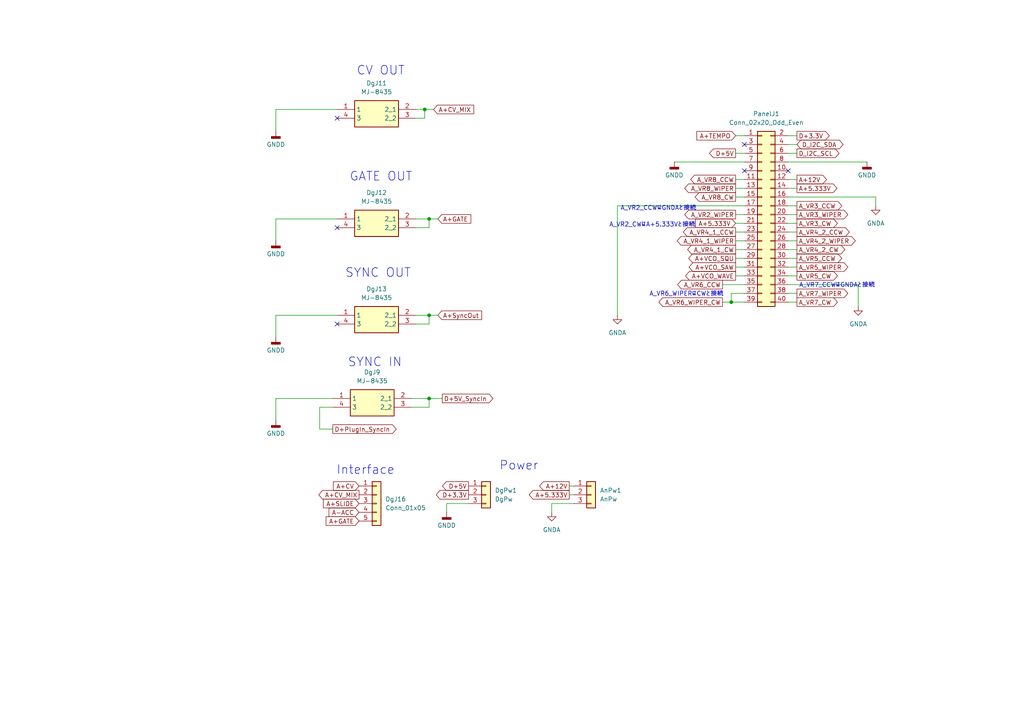
<source format=kicad_sch>
(kicad_sch (version 20231120) (generator "eeschema") (generator_version "8.0")
  (paper "A4")
  (lib_symbols
    (symbol "Connector_Generic:Conn_01x03" (pin_names (offset 1.016) hide)
      (property "Reference" "J" (at 0 5.08 0))
      (property "Value" "Conn_01x03" (at 0 -5.08 0))
      (symbol "Conn_01x03_1_1"
        (rectangle (start -1.27 -2.413) (end 0 -2.667) (stroke (width 0.1524)))
        (rectangle (start -1.27 0.127) (end 0 -0.127) (stroke (width 0.1524)))
        (rectangle (start -1.27 2.667) (end 0 2.413) (stroke (width 0.1524)))
        (rectangle (start -1.27 3.81) (end 1.27 -3.81) (stroke (width 0.254)) (fill (type background)))
        (pin passive line (at -5.08 2.54 0) (length 3.81) (name "Pin_1") (number "1"))
        (pin passive line (at -5.08 0 0) (length 3.81) (name "Pin_2") (number "2"))
        (pin passive line (at -5.08 -2.54 0) (length 3.81) (name "Pin_3") (number "3"))
      )
    )
    (symbol "Connector_Generic:Conn_01x05" (pin_names (offset 1.016) hide)
      (property "Reference" "J" (at 0 7.62 0))
      (property "Value" "Conn_01x05" (at 0 -7.62 0))
      (symbol "Conn_01x05_1_1"
        (rectangle (start -1.27 -4.953) (end 0 -5.207) (stroke (width 0.1524)))
        (rectangle (start -1.27 -2.413) (end 0 -2.667) (stroke (width 0.1524)))
        (rectangle (start -1.27 0.127) (end 0 -0.127) (stroke (width 0.1524)))
        (rectangle (start -1.27 2.667) (end 0 2.413) (stroke (width 0.1524)))
        (rectangle (start -1.27 5.207) (end 0 4.953) (stroke (width 0.1524)))
        (rectangle (start -1.27 6.35) (end 1.27 -6.35) (stroke (width 0.254)) (fill (type background)))
        (pin passive line (at -5.08 5.08 0) (length 3.81) (name "Pin_1") (number "1"))
        (pin passive line (at -5.08 2.54 0) (length 3.81) (name "Pin_2") (number "2"))
        (pin passive line (at -5.08 0 0) (length 3.81) (name "Pin_3") (number "3"))
        (pin passive line (at -5.08 -2.54 0) (length 3.81) (name "Pin_4") (number "4"))
        (pin passive line (at -5.08 -5.08 0) (length 3.81) (name "Pin_5") (number "5"))
      )
    )
    (symbol "Connector_Generic:Conn_02x20_Odd_Even" (pin_names (offset 1.016) hide)
      (property "Reference" "J" (at 1.27 25.4 0))
      (property "Value" "Conn_02x20_Odd_Even" (at 1.27 -27.94 0))
      (symbol "Conn_02x20_Odd_Even_1_1"
        (rectangle (start -1.27 -25.273) (end 0 -25.527) (stroke (width 0.1524)))
        (rectangle (start -1.27 -22.733) (end 0 -22.987) (stroke (width 0.1524)))
        (rectangle (start -1.27 -20.193) (end 0 -20.447) (stroke (width 0.1524)))
        (rectangle (start -1.27 -17.653) (end 0 -17.907) (stroke (width 0.1524)))
        (rectangle (start -1.27 -15.113) (end 0 -15.367) (stroke (width 0.1524)))
        (rectangle (start -1.27 -12.573) (end 0 -12.827) (stroke (width 0.1524)))
        (rectangle (start -1.27 -10.033) (end 0 -10.287) (stroke (width 0.1524)))
        (rectangle (start -1.27 -7.493) (end 0 -7.747) (stroke (width 0.1524)))
        (rectangle (start -1.27 -4.953) (end 0 -5.207) (stroke (width 0.1524)))
        (rectangle (start -1.27 -2.413) (end 0 -2.667) (stroke (width 0.1524)))
        (rectangle (start -1.27 0.127) (end 0 -0.127) (stroke (width 0.1524)))
        (rectangle (start -1.27 2.667) (end 0 2.413) (stroke (width 0.1524)))
        (rectangle (start -1.27 5.207) (end 0 4.953) (stroke (width 0.1524)))
        (rectangle (start -1.27 7.747) (end 0 7.493) (stroke (width 0.1524)))
        (rectangle (start -1.27 10.287) (end 0 10.033) (stroke (width 0.1524)))
        (rectangle (start -1.27 12.827) (end 0 12.573) (stroke (width 0.1524)))
        (rectangle (start -1.27 15.367) (end 0 15.113) (stroke (width 0.1524)))
        (rectangle (start -1.27 17.907) (end 0 17.653) (stroke (width 0.1524)))
        (rectangle (start -1.27 20.447) (end 0 20.193) (stroke (width 0.1524)))
        (rectangle (start -1.27 22.987) (end 0 22.733) (stroke (width 0.1524)))
        (rectangle (start -1.27 24.13) (end 3.81 -26.67) (stroke (width 0.254)) (fill (type background)))
        (rectangle (start 3.81 -25.273) (end 2.54 -25.527) (stroke (width 0.1524)))
        (rectangle (start 3.81 -22.733) (end 2.54 -22.987) (stroke (width 0.1524)))
        (rectangle (start 3.81 -20.193) (end 2.54 -20.447) (stroke (width 0.1524)))
        (rectangle (start 3.81 -17.653) (end 2.54 -17.907) (stroke (width 0.1524)))
        (rectangle (start 3.81 -15.113) (end 2.54 -15.367) (stroke (width 0.1524)))
        (rectangle (start 3.81 -12.573) (end 2.54 -12.827) (stroke (width 0.1524)))
        (rectangle (start 3.81 -10.033) (end 2.54 -10.287) (stroke (width 0.1524)))
        (rectangle (start 3.81 -7.493) (end 2.54 -7.747) (stroke (width 0.1524)))
        (rectangle (start 3.81 -4.953) (end 2.54 -5.207) (stroke (width 0.1524)))
        (rectangle (start 3.81 -2.413) (end 2.54 -2.667) (stroke (width 0.1524)))
        (rectangle (start 3.81 0.127) (end 2.54 -0.127) (stroke (width 0.1524)))
        (rectangle (start 3.81 2.667) (end 2.54 2.413) (stroke (width 0.1524)))
        (rectangle (start 3.81 5.207) (end 2.54 4.953) (stroke (width 0.1524)))
        (rectangle (start 3.81 7.747) (end 2.54 7.493) (stroke (width 0.1524)))
        (rectangle (start 3.81 10.287) (end 2.54 10.033) (stroke (width 0.1524)))
        (rectangle (start 3.81 12.827) (end 2.54 12.573) (stroke (width 0.1524)))
        (rectangle (start 3.81 15.367) (end 2.54 15.113) (stroke (width 0.1524)))
        (rectangle (start 3.81 17.907) (end 2.54 17.653) (stroke (width 0.1524)))
        (rectangle (start 3.81 20.447) (end 2.54 20.193) (stroke (width 0.1524)))
        (rectangle (start 3.81 22.987) (end 2.54 22.733) (stroke (width 0.1524)))
        (pin passive line (at -5.08 22.86 0) (length 3.81) (name "Pin_1") (number "1"))
        (pin passive line (at 7.62 12.7 180) (length 3.81) (name "Pin_10") (number "10"))
        (pin passive line (at -5.08 10.16 0) (length 3.81) (name "Pin_11") (number "11"))
        (pin passive line (at 7.62 10.16 180) (length 3.81) (name "Pin_12") (number "12"))
        (pin passive line (at -5.08 7.62 0) (length 3.81) (name "Pin_13") (number "13"))
        (pin passive line (at 7.62 7.62 180) (length 3.81) (name "Pin_14") (number "14"))
        (pin passive line (at -5.08 5.08 0) (length 3.81) (name "Pin_15") (number "15"))
        (pin passive line (at 7.62 5.08 180) (length 3.81) (name "Pin_16") (number "16"))
        (pin passive line (at -5.08 2.54 0) (length 3.81) (name "Pin_17") (number "17"))
        (pin passive line (at 7.62 2.54 180) (length 3.81) (name "Pin_18") (number "18"))
        (pin passive line (at -5.08 0 0) (length 3.81) (name "Pin_19") (number "19"))
        (pin passive line (at 7.62 22.86 180) (length 3.81) (name "Pin_2") (number "2"))
        (pin passive line (at 7.62 0 180) (length 3.81) (name "Pin_20") (number "20"))
        (pin passive line (at -5.08 -2.54 0) (length 3.81) (name "Pin_21") (number "21"))
        (pin passive line (at 7.62 -2.54 180) (length 3.81) (name "Pin_22") (number "22"))
        (pin passive line (at -5.08 -5.08 0) (length 3.81) (name "Pin_23") (number "23"))
        (pin passive line (at 7.62 -5.08 180) (length 3.81) (name "Pin_24") (number "24"))
        (pin passive line (at -5.08 -7.62 0) (length 3.81) (name "Pin_25") (number "25"))
        (pin passive line (at 7.62 -7.62 180) (length 3.81) (name "Pin_26") (number "26"))
        (pin passive line (at -5.08 -10.16 0) (length 3.81) (name "Pin_27") (number "27"))
        (pin passive line (at 7.62 -10.16 180) (length 3.81) (name "Pin_28") (number "28"))
        (pin passive line (at -5.08 -12.7 0) (length 3.81) (name "Pin_29") (number "29"))
        (pin passive line (at -5.08 20.32 0) (length 3.81) (name "Pin_3") (number "3"))
        (pin passive line (at 7.62 -12.7 180) (length 3.81) (name "Pin_30") (number "30"))
        (pin passive line (at -5.08 -15.24 0) (length 3.81) (name "Pin_31") (number "31"))
        (pin passive line (at 7.62 -15.24 180) (length 3.81) (name "Pin_32") (number "32"))
        (pin passive line (at -5.08 -17.78 0) (length 3.81) (name "Pin_33") (number "33"))
        (pin passive line (at 7.62 -17.78 180) (length 3.81) (name "Pin_34") (number "34"))
        (pin passive line (at -5.08 -20.32 0) (length 3.81) (name "Pin_35") (number "35"))
        (pin passive line (at 7.62 -20.32 180) (length 3.81) (name "Pin_36") (number "36"))
        (pin passive line (at -5.08 -22.86 0) (length 3.81) (name "Pin_37") (number "37"))
        (pin passive line (at 7.62 -22.86 180) (length 3.81) (name "Pin_38") (number "38"))
        (pin passive line (at -5.08 -25.4 0) (length 3.81) (name "Pin_39") (number "39"))
        (pin passive line (at 7.62 20.32 180) (length 3.81) (name "Pin_4") (number "4"))
        (pin passive line (at 7.62 -25.4 180) (length 3.81) (name "Pin_40") (number "40"))
        (pin passive line (at -5.08 17.78 0) (length 3.81) (name "Pin_5") (number "5"))
        (pin passive line (at 7.62 17.78 180) (length 3.81) (name "Pin_6") (number "6"))
        (pin passive line (at -5.08 15.24 0) (length 3.81) (name "Pin_7") (number "7"))
        (pin passive line (at 7.62 15.24 180) (length 3.81) (name "Pin_8") (number "8"))
        (pin passive line (at -5.08 12.7 0) (length 3.81) (name "Pin_9") (number "9"))
      )
    )
    (symbol "SamacSys_Parts:MJ-8435"
      (property "Reference" "J" (at 19.05 7.62 0))
      (property "Value" "MJ-8435" (at 19.05 5.08 0))
      (symbol "MJ-8435_1_1"
        (rectangle (start 5.08 2.54) (end 17.78 -5.08) (stroke (width 0.254)) (fill (type background)))
        (pin passive line (at 0 0 0) (length 5.08) (name "1") (number "1"))
        (pin passive line (at 22.86 0 180) (length 5.08) (name "2_1") (number "2"))
        (pin passive line (at 22.86 -2.54 180) (length 5.08) (name "2_2") (number "3"))
        (pin passive line (at 0 -2.54 0) (length 5.08) (name "3") (number "4"))
      )
    )
    (symbol "power:GNDA" (power) (pin_numbers hide) (pin_names (offset 0) hide)
      (property "Value" "GNDA" (at 0 -3.81 0))
      (symbol "GNDA_0_1"
        (polyline (pts (xy 0 0) (xy 0 -1.27) (xy 1.27 -1.27) (xy 0 -2.54) (xy -1.27 -1.27) (xy 0 -1.27)))
      )
      (symbol "GNDA_1_1"
        (pin power_in line (at 0 0 270) (length 0) (name "~") (number "1"))
      )
    )
    (symbol "power:GNDD" (power) (pin_numbers hide) (pin_names (offset 0) hide)
      (property "Value" "GNDD" (at 0 -3.175 0))
      (symbol "GNDD_0_1"
        (rectangle (start -1.27 -1.524) (end 1.27 -2.032) (stroke (width 0.254)) (fill (type outline)))
        (polyline (pts (xy 0 0) (xy 0 -1.524)))
      )
      (symbol "GNDD_1_1"
        (pin power_in line (at 0 0 270) (length 0) (name "~") (number "1"))
      )
    )
  )
  (junction (at 124.46 91.44))
  (junction (at 124.46 115.57))
  (junction (at 123.19 31.75))
  (junction (at 212.09 87.63))
  (junction (at 124.46 63.5))
  (no_connect (at 97.79 93.98))
  (no_connect (at 97.79 34.29))
  (no_connect (at 97.79 66.04))
  (no_connect (at 215.9 49.53))
  (no_connect (at 215.9 41.91))
  (no_connect (at 228.6 49.53))
  (wire (pts (xy 92.71 124.46) (xy 92.71 118.11)))
  (wire (pts (xy 213.36 72.39) (xy 215.9 72.39)))
  (wire (pts (xy 213.36 77.47) (xy 215.9 77.47)))
  (wire (pts (xy 212.09 85.09) (xy 215.9 85.09)))
  (wire (pts (xy 123.19 34.29) (xy 123.19 31.75)))
  (wire (pts (xy 228.6 46.99) (xy 251.46 46.99)))
  (wire (pts (xy 165.1 140.97) (xy 166.37 140.97)))
  (wire (pts (xy 80.01 63.5) (xy 80.01 69.85)))
  (wire (pts (xy 96.52 124.46) (xy 92.71 124.46)))
  (wire (pts (xy 213.36 52.07) (xy 215.9 52.07)))
  (wire (pts (xy 228.6 82.55) (xy 248.92 82.55)))
  (wire (pts (xy 228.6 87.63) (xy 231.14 87.63)))
  (wire (pts (xy 228.6 62.23) (xy 231.14 62.23)))
  (wire (pts (xy 228.6 77.47) (xy 231.14 77.47)))
  (wire (pts (xy 124.46 93.98) (xy 124.46 91.44)))
  (wire (pts (xy 92.71 118.11) (xy 96.52 118.11)))
  (wire (pts (xy 80.01 31.75) (xy 80.01 38.1)))
  (wire (pts (xy 213.36 67.31) (xy 215.9 67.31)))
  (wire (pts (xy 213.36 39.37) (xy 215.9 39.37)))
  (wire (pts (xy 97.79 31.75) (xy 80.01 31.75)))
  (wire (pts (xy 124.46 118.11) (xy 124.46 115.57)))
  (wire (pts (xy 195.58 46.99) (xy 215.9 46.99)))
  (wire (pts (xy 231.14 54.61) (xy 228.6 54.61)))
  (wire (pts (xy 213.36 62.23) (xy 215.9 62.23)))
  (wire (pts (xy 97.79 63.5) (xy 80.01 63.5)))
  (wire (pts (xy 124.46 91.44) (xy 127 91.44)))
  (wire (pts (xy 124.46 63.5) (xy 127 63.5)))
  (wire (pts (xy 135.89 146.05) (xy 129.54 146.05)))
  (wire (pts (xy 119.38 118.11) (xy 124.46 118.11)))
  (wire (pts (xy 213.36 80.01) (xy 215.9 80.01)))
  (wire (pts (xy 228.6 69.85) (xy 231.14 69.85)))
  (wire (pts (xy 160.02 146.05) (xy 160.02 148.59)))
  (wire (pts (xy 96.52 115.57) (xy 80.01 115.57)))
  (wire (pts (xy 125.73 31.75) (xy 123.19 31.75)))
  (wire (pts (xy 80.01 115.57) (xy 80.01 121.92)))
  (wire (pts (xy 254 57.15) (xy 254 59.69)))
  (wire (pts (xy 228.6 72.39) (xy 231.14 72.39)))
  (wire (pts (xy 209.55 87.63) (xy 212.09 87.63)))
  (wire (pts (xy 80.01 91.44) (xy 80.01 97.79)))
  (wire (pts (xy 124.46 66.04) (xy 124.46 63.5)))
  (wire (pts (xy 120.65 34.29) (xy 123.19 34.29)))
  (wire (pts (xy 120.65 63.5) (xy 124.46 63.5)))
  (wire (pts (xy 213.36 44.45) (xy 215.9 44.45)))
  (wire (pts (xy 179.07 59.69) (xy 179.07 91.44)))
  (wire (pts (xy 120.65 66.04) (xy 124.46 66.04)))
  (wire (pts (xy 228.6 74.93) (xy 231.14 74.93)))
  (wire (pts (xy 231.14 41.91) (xy 228.6 41.91)))
  (wire (pts (xy 212.09 87.63) (xy 212.09 85.09)))
  (wire (pts (xy 129.54 146.05) (xy 129.54 148.59)))
  (wire (pts (xy 228.6 80.01) (xy 231.14 80.01)))
  (wire (pts (xy 165.1 143.51) (xy 166.37 143.51)))
  (wire (pts (xy 166.37 146.05) (xy 160.02 146.05)))
  (wire (pts (xy 228.6 85.09) (xy 231.14 85.09)))
  (wire (pts (xy 124.46 115.57) (xy 128.27 115.57)))
  (wire (pts (xy 248.92 82.55) (xy 248.92 88.9)))
  (wire (pts (xy 213.36 64.77) (xy 215.9 64.77)))
  (wire (pts (xy 228.6 57.15) (xy 254 57.15)))
  (wire (pts (xy 120.65 93.98) (xy 124.46 93.98)))
  (wire (pts (xy 231.14 44.45) (xy 228.6 44.45)))
  (wire (pts (xy 213.36 54.61) (xy 215.9 54.61)))
  (wire (pts (xy 120.65 91.44) (xy 124.46 91.44)))
  (wire (pts (xy 231.14 52.07) (xy 228.6 52.07)))
  (wire (pts (xy 228.6 59.69) (xy 231.14 59.69)))
  (wire (pts (xy 212.09 87.63) (xy 215.9 87.63)))
  (wire (pts (xy 213.36 69.85) (xy 215.9 69.85)))
  (wire (pts (xy 209.55 82.55) (xy 215.9 82.55)))
  (wire (pts (xy 213.36 74.93) (xy 215.9 74.93)))
  (wire (pts (xy 228.6 64.77) (xy 231.14 64.77)))
  (wire (pts (xy 179.07 59.69) (xy 215.9 59.69)))
  (wire (pts (xy 213.36 57.15) (xy 215.9 57.15)))
  (wire (pts (xy 119.38 115.57) (xy 124.46 115.57)))
  (wire (pts (xy 97.79 91.44) (xy 80.01 91.44)))
  (wire (pts (xy 228.6 67.31) (xy 231.14 67.31)))
  (wire (pts (xy 231.14 39.37) (xy 228.6 39.37)))
  (wire (pts (xy 123.19 31.75) (xy 120.65 31.75)))
  (text "A_VR7_CCWはGNDAと接続" (at 242.824 82.804 0) (effects (font (size 1.27 1.27))))
  (text "SYNC OUT" (at 100.076 79.248 0) (effects (font (size 2.54 2.54)) (justify left)))
  (text "CV OUT" (at 103.378 20.574 0) (effects (font (size 2.54 2.54)) (justify left)))
  (text "A_VR2_CCWはGNDAと接続" (at 191.008 60.452 0) (effects (font (size 1.27 1.27))))
  (text "SYNC IN" (at 100.838 105.156 0) (effects (font (size 2.54 2.54)) (justify left)))
  (text "Interface" (at 97.536 136.398 0) (effects (font (size 2.54 2.54)) (justify left)))
  (text "GATE OUT" (at 101.346 51.308 0) (effects (font (size 2.54 2.54)) (justify left)))
  (text "Power" (at 144.78 135.128 0) (effects (font (size 2.54 2.54)) (justify left)))
  (text "A_VR2_CWはA+5.333Vと接続" (at 189.23 65.278 0) (effects (font (size 1.27 1.27))))
  (text "A_VR6_WIPERはCWと接続" (at 199.136 85.344 0) (effects (font (size 1.27 1.27))))
  (global_label "A+SLIDE" (shape input) (at 104.14 146.05 180) (property "Intersheetrefs" "${INTERSHEET_REFS}" (effects (hide yes))))
  (global_label "A_VR4_1_WIPER" (shape output) (at 213.36 69.85 180) (property "Intersheetrefs" "${INTERSHEET_REFS}" (effects (hide yes))))
  (global_label "A_VR8_CW" (shape output) (at 213.36 57.15 180) (property "Intersheetrefs" "${INTERSHEET_REFS}" (effects (hide yes))))
  (global_label "A_VR4_2_CW" (shape output) (at 231.14 72.39 0) (property "Intersheetrefs" "${INTERSHEET_REFS}" (effects (hide yes))))
  (global_label "A+VCO_WAVE" (shape output) (at 213.36 80.01 180) (property "Intersheetrefs" "${INTERSHEET_REFS}" (effects (hide yes))))
  (global_label "D_I2C_SCL" (shape output) (at 231.14 44.45 0) (property "Intersheetrefs" "${INTERSHEET_REFS}" (effects (hide yes))))
  (global_label "A_VR2_WIPER" (shape output) (at 213.36 62.23 180) (property "Intersheetrefs" "${INTERSHEET_REFS}" (effects (hide yes))))
  (global_label "A+5.333V" (shape output) (at 165.1 143.51 180) (property "Intersheetrefs" "${INTERSHEET_REFS}" (effects (hide yes))))
  (global_label "A_VR3_CW" (shape output) (at 231.14 64.77 0) (property "Intersheetrefs" "${INTERSHEET_REFS}" (effects (hide yes))))
  (global_label "A_VR8_CCW" (shape output) (at 213.36 52.07 180) (property "Intersheetrefs" "${INTERSHEET_REFS}" (effects (hide yes))))
  (global_label "A_VR5_CW" (shape output) (at 231.14 80.01 0) (property "Intersheetrefs" "${INTERSHEET_REFS}" (effects (hide yes))))
  (global_label "A_VR8_WIPER" (shape output) (at 213.36 54.61 180) (property "Intersheetrefs" "${INTERSHEET_REFS}" (effects (hide yes))))
  (global_label "A_VR4_2_CCW" (shape output) (at 231.14 67.31 0) (property "Intersheetrefs" "${INTERSHEET_REFS}" (effects (hide yes))))
  (global_label "A_VR4_2_WIPER" (shape output) (at 231.14 69.85 0) (property "Intersheetrefs" "${INTERSHEET_REFS}" (effects (hide yes))))
  (global_label "A+CV_MIX" (shape output) (at 104.14 143.51 180) (property "Intersheetrefs" "${INTERSHEET_REFS}" (effects (hide yes))))
  (global_label "A_VR5_CCW" (shape output) (at 231.14 74.93 0) (property "Intersheetrefs" "${INTERSHEET_REFS}" (effects (hide yes))))
  (global_label "D+3.3V" (shape output) (at 231.14 39.37 0) (property "Intersheetrefs" "${INTERSHEET_REFS}" (effects (hide yes))))
  (global_label "A_VR7_WIPER" (shape output) (at 231.14 85.09 0) (property "Intersheetrefs" "${INTERSHEET_REFS}" (effects (hide yes))))
  (global_label "A+GATE" (shape input) (at 104.14 151.13 180) (property "Intersheetrefs" "${INTERSHEET_REFS}" (effects (hide yes))))
  (global_label "D+3.3V" (shape output) (at 135.89 143.51 180) (property "Intersheetrefs" "${INTERSHEET_REFS}" (effects (hide yes))))
  (global_label "A+GATE" (shape input) (at 127 63.5 0) (property "Intersheetrefs" "${INTERSHEET_REFS}" (effects (hide yes))))
  (global_label "D+5V" (shape output) (at 135.89 140.97 180) (property "Intersheetrefs" "${INTERSHEET_REFS}" (effects (hide yes))))
  (global_label "A+VCO_SAW" (shape output) (at 213.36 77.47 180) (property "Intersheetrefs" "${INTERSHEET_REFS}" (effects (hide yes))))
  (global_label "D+PlugIn_SyncIn" (shape output) (at 96.52 124.46 0) (property "Intersheetrefs" "${INTERSHEET_REFS}" (effects (hide yes))))
  (global_label "A+CV_MIX" (shape input) (at 125.73 31.75 0) (property "Intersheetrefs" "${INTERSHEET_REFS}" (effects (hide yes))))
  (global_label "A+5.333V" (shape input) (at 213.36 64.77 180) (property "Intersheetrefs" "${INTERSHEET_REFS}" (effects (hide yes))))
  (global_label "A+12V" (shape output) (at 231.14 52.07 0) (property "Intersheetrefs" "${INTERSHEET_REFS}" (effects (hide yes))))
  (global_label "D+5V" (shape output) (at 213.36 44.45 180) (property "Intersheetrefs" "${INTERSHEET_REFS}" (effects (hide yes))))
  (global_label "A_VR3_CCW" (shape output) (at 231.14 59.69 0) (property "Intersheetrefs" "${INTERSHEET_REFS}" (effects (hide yes))))
  (global_label "A_VR3_WIPER" (shape output) (at 231.14 62.23 0) (property "Intersheetrefs" "${INTERSHEET_REFS}" (effects (hide yes))))
  (global_label "D+5V_SyncIn" (shape output) (at 128.27 115.57 0) (property "Intersheetrefs" "${INTERSHEET_REFS}" (effects (hide yes))))
  (global_label "A_VR7_CW" (shape output) (at 231.14 87.63 0) (property "Intersheetrefs" "${INTERSHEET_REFS}" (effects (hide yes))))
  (global_label "A_VR6_CCW" (shape output) (at 209.55 82.55 180) (property "Intersheetrefs" "${INTERSHEET_REFS}" (effects (hide yes))))
  (global_label "A+CV" (shape input) (at 104.14 140.97 180) (property "Intersheetrefs" "${INTERSHEET_REFS}" (effects (hide yes))))
  (global_label "A+VCO_SQU" (shape output) (at 213.36 74.93 180) (property "Intersheetrefs" "${INTERSHEET_REFS}" (effects (hide yes))))
  (global_label "A+SyncOut" (shape input) (at 127 91.44 0) (property "Intersheetrefs" "${INTERSHEET_REFS}" (effects (hide yes))))
  (global_label "A_VR4_1_CCW" (shape output) (at 213.36 67.31 180) (property "Intersheetrefs" "${INTERSHEET_REFS}" (effects (hide yes))))
  (global_label "A+5.333V" (shape output) (at 231.14 54.61 0) (property "Intersheetrefs" "${INTERSHEET_REFS}" (effects (hide yes))))
  (global_label "A+TEMPO" (shape input) (at 213.36 39.37 180) (property "Intersheetrefs" "${INTERSHEET_REFS}" (effects (hide yes))))
  (global_label "A_VR5_WIPER" (shape output) (at 231.14 77.47 0) (property "Intersheetrefs" "${INTERSHEET_REFS}" (effects (hide yes))))
  (global_label "A-ACC" (shape input) (at 104.14 148.59 180) (property "Intersheetrefs" "${INTERSHEET_REFS}" (effects (hide yes))))
  (global_label "A+12V" (shape output) (at 165.1 140.97 180) (property "Intersheetrefs" "${INTERSHEET_REFS}" (effects (hide yes))))
  (global_label "D_I2C_SDA" (shape bidirectional) (at 231.14 41.91 0) (property "Intersheetrefs" "${INTERSHEET_REFS}" (effects (hide yes))))
  (global_label "A_VR6_WIPER_CW" (shape output) (at 209.55 87.63 180) (property "Intersheetrefs" "${INTERSHEET_REFS}" (effects (hide yes))))
  (global_label "A_VR4_1_CW" (shape output) (at 213.36 72.39 180) (property "Intersheetrefs" "${INTERSHEET_REFS}" (effects (hide yes))))
  (symbol (lib_id "power:GNDA") (at 248.92 88.9 0) (unit 1)
    (property "Reference" "#PWR033" (effects (hide yes)))
    (property "Value" "GNDA" (at 248.92 93.98 0))
    (property "Description" "Power symbol creates a global label with name \"GNDA\" , analog ground" (effects (hide yes)))
  )
  (symbol (lib_id "power:GNDD") (at 80.01 69.85 0) (unit 1)
    (property "Reference" "#PWR020" (effects (hide yes)))
    (property "Value" "GNDD" (at 80.01 73.66 0))
    (property "Description" "Power symbol creates a global label with name \"GNDD\" , digital ground" (effects (hide yes)))
  )
  (symbol (lib_id "power:GNDD") (at 80.01 97.79 0) (unit 1)
    (property "Reference" "#PWR021" (effects (hide yes)))
    (property "Value" "GNDD" (at 80.01 101.6 0))
    (property "Description" "Power symbol creates a global label with name \"GNDD\" , digital ground" (effects (hide yes)))
  )
  (symbol (lib_id "Connector_Generic:Conn_01x03") (at 140.97 143.51 0) (unit 1)
    (property "Reference" "DgPw1" (at 143.51 142.2399 0) (effects (justify left)))
    (property "Value" "DgPw" (at 143.51 144.7799 0) (effects (justify left)))
    (property "Footprint" "Connector_PinSocket_2.54mm:PinSocket_1x03_P2.54mm_Vertical" (effects (hide yes)))
    (property "Description" "Generic connector, single row, 01x03, script generated (kicad-library-utils/schlib/autogen/connector/)" (effects (hide yes)))
  )
  (symbol (lib_id "power:GNDA") (at 179.07 91.44 0) (unit 1)
    (property "Reference" "#PWR025" (effects (hide yes)))
    (property "Value" "GNDA" (at 179.07 96.52 0))
    (property "Description" "Power symbol creates a global label with name \"GNDA\" , analog ground" (effects (hide yes)))
  )
  (symbol (lib_id "power:GNDD") (at 195.58 46.99 0) (unit 1)
    (property "Reference" "#PWR032" (effects (hide yes)))
    (property "Value" "GNDD" (at 195.58 50.8 0))
    (property "Description" "Power symbol creates a global label with name \"GNDD\" , digital ground" (effects (hide yes)))
  )
  (symbol (lib_id "SamacSys_Parts:MJ-8435") (at 97.79 91.44 0) (unit 1)
    (property "Reference" "DgJ13" (at 109.22 83.82 0))
    (property "Value" "MJ-8435" (at 109.22 86.36 0))
    (property "Footprint" "MJ-8435" (effects (hide yes)))
    (property "Datasheet" "http://akizukidenshi.com/download/ds/marushin/mj8435.pdf" (effects (hide yes)))
    (property "Description" "3.5 earphone jack" (effects (hide yes)))
    (property "Manufacturer_Name" "Marushin Electric" (effects (hide yes)))
    (property "Manufacturer_Part_Number" "MJ-8435" (effects (hide yes)))
  )
  (symbol (lib_id "Connector_Generic:Conn_01x03") (at 171.45 143.51 0) (unit 1)
    (property "Reference" "AnPw1" (at 173.99 142.2399 0) (effects (justify left)))
    (property "Value" "AnPw" (at 173.99 144.7799 0) (effects (justify left)))
    (property "Footprint" "Connector_PinSocket_2.54mm:PinSocket_1x03_P2.54mm_Vertical" (effects (hide yes)))
    (property "Description" "Generic connector, single row, 01x03, script generated (kicad-library-utils/schlib/autogen/connector/)" (effects (hide yes)))
  )
  (symbol (lib_id "SamacSys_Parts:MJ-8435") (at 96.52 115.57 0) (unit 1)
    (property "Reference" "DgJ9" (at 107.95 107.95 0))
    (property "Value" "MJ-8435" (at 107.95 110.49 0))
    (property "Footprint" "MJ-8435" (effects (hide yes)))
    (property "Datasheet" "http://akizukidenshi.com/download/ds/marushin/mj8435.pdf" (effects (hide yes)))
    (property "Description" "3.5 earphone jack" (effects (hide yes)))
    (property "Manufacturer_Name" "Marushin Electric" (effects (hide yes)))
    (property "Manufacturer_Part_Number" "MJ-8435" (effects (hide yes)))
  )
  (symbol (lib_id "power:GNDD") (at 80.01 38.1 0) (unit 1)
    (property "Reference" "#PWR019" (effects (hide yes)))
    (property "Value" "GNDD" (at 80.01 41.91 0))
    (property "Description" "Power symbol creates a global label with name \"GNDD\" , digital ground" (effects (hide yes)))
  )
  (symbol (lib_id "Connector_Generic:Conn_01x05") (at 109.22 146.05 0) (unit 1)
    (property "Reference" "DgJ16" (at 111.76 144.7799 0) (effects (justify left)))
    (property "Value" "Conn_01x05" (at 111.76 147.3199 0) (effects (justify left)))
    (property "Footprint" "Connector_PinHeader_2.54mm:PinHeader_1x05_P2.54mm_Vertical" (effects (hide yes)))
    (property "Description" "Generic connector, single row, 01x05, script generated (kicad-library-utils/schlib/autogen/connector/)" (effects (hide yes)))
  )
  (symbol (lib_id "power:GNDD") (at 251.46 46.99 0) (unit 1)
    (property "Reference" "#PWR031" (effects (hide yes)))
    (property "Value" "GNDD" (at 251.46 50.8 0))
    (property "Description" "Power symbol creates a global label with name \"GNDD\" , digital ground" (effects (hide yes)))
  )
  (symbol (lib_id "power:GNDD") (at 80.01 121.92 0) (unit 1)
    (property "Reference" "#PWR022" (effects (hide yes)))
    (property "Value" "GNDD" (at 80.01 125.73 0))
    (property "Description" "Power symbol creates a global label with name \"GNDD\" , digital ground" (effects (hide yes)))
  )
  (symbol (lib_id "Connector_Generic:Conn_02x20_Odd_Even") (at 220.98 62.23 0) (unit 1)
    (property "Reference" "PanelJ1" (at 222.25 33.02 0))
    (property "Value" "Conn_02x20_Odd_Even" (at 222.25 35.56 0))
    (property "Footprint" "Connector_PinSocket_2.54mm:PinSocket_2x20_P2.54mm_Vertical" (effects (hide yes)))
    (property "Description" "Generic connector, double row, 02x20, odd/even pin numbering scheme (row 1 odd numbers, row 2 even numbers), script generated (kicad-library-utils/schlib/autogen/connector/)" (effects (hide yes)))
  )
  (symbol (lib_id "SamacSys_Parts:MJ-8435") (at 97.79 31.75 0) (unit 1)
    (property "Reference" "DgJ11" (at 109.22 24.13 0))
    (property "Value" "MJ-8435" (at 109.22 26.67 0))
    (property "Footprint" "MJ-8435" (effects (hide yes)))
    (property "Datasheet" "http://akizukidenshi.com/download/ds/marushin/mj8435.pdf" (effects (hide yes)))
    (property "Description" "3.5 earphone jack" (effects (hide yes)))
    (property "Manufacturer_Name" "Marushin Electric" (effects (hide yes)))
    (property "Manufacturer_Part_Number" "MJ-8435" (effects (hide yes)))
  )
  (symbol (lib_id "power:GNDD") (at 129.54 148.59 0) (unit 1)
    (property "Reference" "#PWR023" (effects (hide yes)))
    (property "Value" "GNDD" (at 129.54 152.4 0))
    (property "Description" "Power symbol creates a global label with name \"GNDD\" , digital ground" (effects (hide yes)))
  )
  (symbol (lib_id "power:GNDA") (at 160.02 148.59 0) (unit 1)
    (property "Reference" "#PWR024" (effects (hide yes)))
    (property "Value" "GNDA" (at 160.02 153.67 0))
    (property "Description" "Power symbol creates a global label with name \"GNDA\" , analog ground" (effects (hide yes)))
  )
  (symbol (lib_id "power:GNDA") (at 254 59.69 0) (unit 1)
    (property "Reference" "#PWR01" (effects (hide yes)))
    (property "Value" "GNDA" (at 254 64.77 0))
    (property "Description" "Power symbol creates a global label with name \"GNDA\" , analog ground" (effects (hide yes)))
  )
  (symbol (lib_id "SamacSys_Parts:MJ-8435") (at 97.79 63.5 0) (unit 1)
    (property "Reference" "DgJ12" (at 109.22 55.88 0))
    (property "Value" "MJ-8435" (at 109.22 58.42 0))
    (property "Footprint" "MJ-8435" (effects (hide yes)))
    (property "Datasheet" "http://akizukidenshi.com/download/ds/marushin/mj8435.pdf" (effects (hide yes)))
    (property "Description" "3.5 earphone jack" (effects (hide yes)))
    (property "Manufacturer_Name" "Marushin Electric" (effects (hide yes)))
    (property "Manufacturer_Part_Number" "MJ-8435" (effects (hide yes)))
  )
)
</source>
